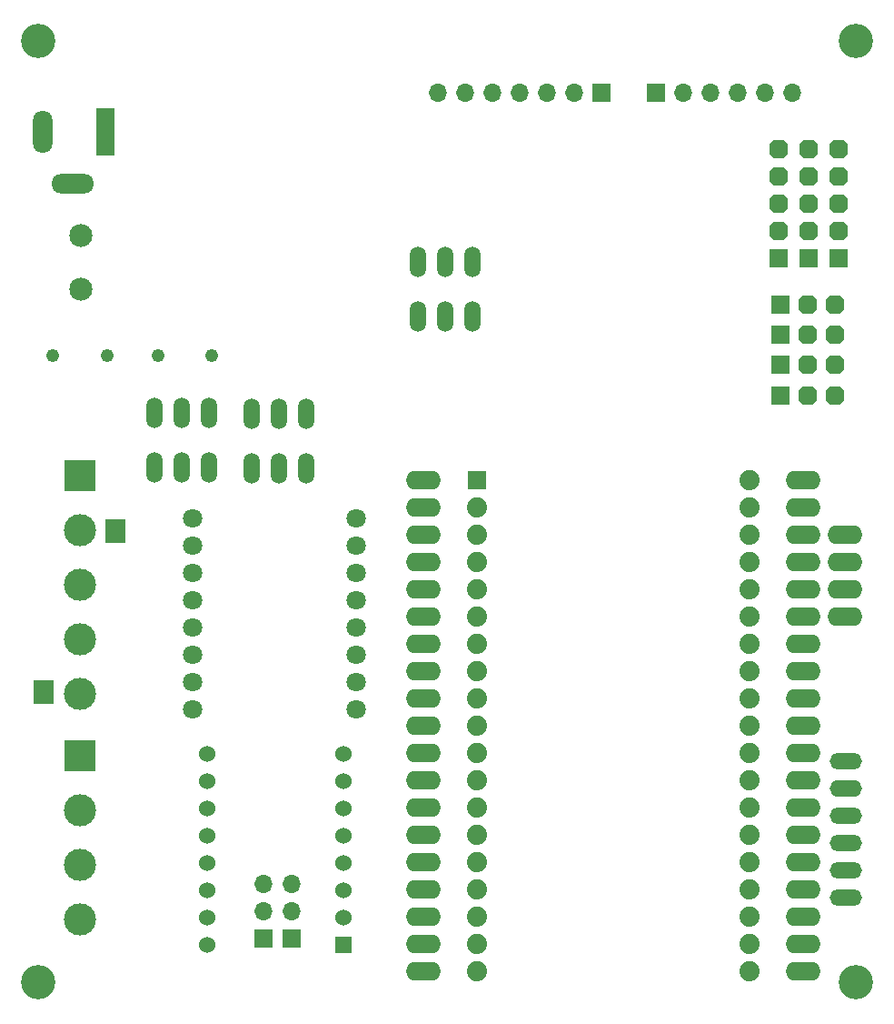
<source format=gbr>
%TF.GenerationSoftware,KiCad,Pcbnew,6.0.11-2627ca5db0~126~ubuntu22.04.1*%
%TF.CreationDate,2023-02-21T15:55:07+05:30*%
%TF.ProjectId,sra_dev_board_2023,7372615f-6465-4765-9f62-6f6172645f32,rev?*%
%TF.SameCoordinates,Original*%
%TF.FileFunction,Soldermask,Bot*%
%TF.FilePolarity,Negative*%
%FSLAX46Y46*%
G04 Gerber Fmt 4.6, Leading zero omitted, Abs format (unit mm)*
G04 Created by KiCad (PCBNEW 6.0.11-2627ca5db0~126~ubuntu22.04.1) date 2023-02-21 15:55:07*
%MOMM*%
%LPD*%
G01*
G04 APERTURE LIST*
G04 Aperture macros list*
%AMRoundRect*
0 Rectangle with rounded corners*
0 $1 Rounding radius*
0 $2 $3 $4 $5 $6 $7 $8 $9 X,Y pos of 4 corners*
0 Add a 4 corners polygon primitive as box body*
4,1,4,$2,$3,$4,$5,$6,$7,$8,$9,$2,$3,0*
0 Add four circle primitives for the rounded corners*
1,1,$1+$1,$2,$3*
1,1,$1+$1,$4,$5*
1,1,$1+$1,$6,$7*
1,1,$1+$1,$8,$9*
0 Add four rect primitives between the rounded corners*
20,1,$1+$1,$2,$3,$4,$5,0*
20,1,$1+$1,$4,$5,$6,$7,0*
20,1,$1+$1,$6,$7,$8,$9,0*
20,1,$1+$1,$8,$9,$2,$3,0*%
%AMFreePoly0*
4,1,25,0.440719,0.844196,0.452842,0.833842,0.833842,0.452842,0.862349,0.396894,0.863600,0.381000,0.863600,-0.381000,0.844196,-0.440719,0.833842,-0.452842,0.452842,-0.833842,0.396894,-0.862349,0.381000,-0.863600,-0.381000,-0.863600,-0.440719,-0.844196,-0.452842,-0.833842,-0.833842,-0.452842,-0.862349,-0.396894,-0.863600,-0.381000,-0.863600,0.381000,-0.844196,0.440719,-0.833842,0.452842,
-0.452842,0.833842,-0.396894,0.862349,-0.381000,0.863600,0.381000,0.863600,0.440719,0.844196,0.440719,0.844196,$1*%
G04 Aperture macros list end*
%ADD10RoundRect,0.101600X0.762000X-0.762000X0.762000X0.762000X-0.762000X0.762000X-0.762000X-0.762000X0*%
%ADD11FreePoly0,90.000000*%
%ADD12C,2.153200*%
%ADD13O,3.251200X1.727200*%
%ADD14R,1.530000X1.530000*%
%ADD15C,1.530000*%
%ADD16R,3.000000X3.000000*%
%ADD17C,3.000000*%
%ADD18O,3.000000X1.500000*%
%ADD19O,3.000000X1.540000*%
%ADD20RoundRect,0.101600X0.762000X0.762000X-0.762000X0.762000X-0.762000X-0.762000X0.762000X-0.762000X0*%
%ADD21FreePoly0,180.000000*%
%ADD22RoundRect,0.101600X-0.850000X-1.000000X0.850000X-1.000000X0.850000X1.000000X-0.850000X1.000000X0*%
%ADD23C,3.200000*%
%ADD24R,1.700000X1.700000*%
%ADD25O,1.700000X1.700000*%
%ADD26C,1.800000*%
%ADD27C,1.219000*%
%ADD28O,1.524000X2.844800*%
%ADD29R,1.800000X4.400000*%
%ADD30O,1.800000X4.000000*%
%ADD31O,4.000000X1.800000*%
%ADD32RoundRect,0.101600X-0.780000X-0.780000X0.780000X-0.780000X0.780000X0.780000X-0.780000X0.780000X0*%
%ADD33C,1.879600*%
G04 APERTURE END LIST*
D10*
%TO.C,J10*%
X141520000Y-56510000D03*
D11*
X144060000Y-56510000D03*
X146600000Y-56510000D03*
%TD*%
D12*
%TO.C,T3*%
X76270000Y-55053723D03*
X76270000Y-50053723D03*
%TD*%
D13*
%TO.C,J5*%
X143569418Y-118588838D03*
X143569418Y-116048838D03*
X143569418Y-113508838D03*
X143569418Y-110968838D03*
X143569418Y-108428838D03*
X143569418Y-105888838D03*
X143569418Y-103348838D03*
X143569418Y-100808838D03*
X143569418Y-98268838D03*
X143569418Y-95728838D03*
X143569418Y-93188838D03*
X143569418Y-90648838D03*
X143569418Y-88108838D03*
X143569418Y-85568838D03*
X143569418Y-83028838D03*
X143569418Y-80488838D03*
X143569418Y-77948838D03*
X143569418Y-75408838D03*
X143569418Y-72868838D03*
%TD*%
D14*
%TO.C,U4*%
X100750000Y-116090000D03*
D15*
X100750000Y-113550000D03*
X100750000Y-111010000D03*
X100750000Y-108470000D03*
X100750000Y-105930000D03*
X100750000Y-103390000D03*
X100750000Y-100850000D03*
X100750000Y-98310000D03*
X88050000Y-98310000D03*
X88050000Y-100850000D03*
X88050000Y-103390000D03*
X88050000Y-105930000D03*
X88050000Y-108470000D03*
X88050000Y-111010000D03*
X88050000Y-113550000D03*
X88050000Y-116090000D03*
%TD*%
D16*
%TO.C,J16*%
X76200000Y-72390000D03*
D17*
X76200000Y-77470000D03*
X76200000Y-82550000D03*
X76200000Y-87630000D03*
X76200000Y-92710000D03*
%TD*%
D18*
%TO.C,J17*%
X147550000Y-111677727D03*
X147550000Y-109137727D03*
X147550000Y-106597727D03*
X147550000Y-104057727D03*
D19*
X147550000Y-101517727D03*
D18*
X147550000Y-98977727D03*
%TD*%
D20*
%TO.C,J11*%
X141332544Y-52158000D03*
D21*
X141332544Y-49618000D03*
X141332544Y-47078000D03*
X141332544Y-44538000D03*
X141332544Y-41998000D03*
%TD*%
D22*
%TO.C,TP2*%
X79560000Y-77579497D03*
%TD*%
D23*
%TO.C,H2*%
X72350000Y-119600000D03*
%TD*%
D16*
%TO.C,T2*%
X76200000Y-98480000D03*
D17*
X76200000Y-103560000D03*
X76200000Y-108640000D03*
X76200000Y-113720000D03*
%TD*%
D24*
%TO.C,J8*%
X129920000Y-36790000D03*
D25*
X132460000Y-36790000D03*
X135000000Y-36790000D03*
X137540000Y-36790000D03*
X140080000Y-36790000D03*
X142620000Y-36790000D03*
%TD*%
D22*
%TO.C,TP1*%
X72860000Y-92579497D03*
%TD*%
D26*
%TO.C,U3*%
X86720000Y-76427582D03*
X86720000Y-78967582D03*
X86720000Y-81507582D03*
X86720000Y-84047582D03*
X86720000Y-86587582D03*
X86720000Y-89127582D03*
X86720000Y-91667582D03*
X86720000Y-94207582D03*
X101960000Y-94207582D03*
X101960000Y-91667582D03*
X101960000Y-89127582D03*
X101960000Y-86587582D03*
X101960000Y-84047582D03*
X101960000Y-81507582D03*
X101960000Y-78967582D03*
X101960000Y-76427582D03*
%TD*%
D20*
%TO.C,J13*%
X146900000Y-52160000D03*
D21*
X146900000Y-49620000D03*
X146900000Y-47080000D03*
X146900000Y-44540000D03*
X146900000Y-42000000D03*
%TD*%
D27*
%TO.C,F2*%
X83485000Y-61280000D03*
X88535000Y-61280000D03*
%TD*%
D10*
%TO.C,J3*%
X141520000Y-64934000D03*
D11*
X144060000Y-64934000D03*
X146600000Y-64934000D03*
%TD*%
D28*
%TO.C,12V_SW1*%
X83120000Y-66602369D03*
X85660000Y-66602369D03*
X88200000Y-66602369D03*
X83120000Y-71682369D03*
X85660000Y-71682369D03*
X88200000Y-71682369D03*
%TD*%
D24*
%TO.C,J14*%
X95940000Y-115555000D03*
D25*
X95940000Y-113015000D03*
X95940000Y-110475000D03*
%TD*%
D28*
%TO.C,5V_SW1*%
X92260000Y-66660000D03*
X94800000Y-66660000D03*
X97340000Y-66660000D03*
X92260000Y-71740000D03*
X94800000Y-71740000D03*
X97340000Y-71740000D03*
%TD*%
D27*
%TO.C,F1*%
X78715000Y-61280000D03*
X73665000Y-61280000D03*
%TD*%
D10*
%TO.C,J2*%
X141520000Y-59310000D03*
D11*
X144060000Y-59310000D03*
X146600000Y-59310000D03*
%TD*%
D23*
%TO.C,H1*%
X72350000Y-31950000D03*
%TD*%
D13*
%TO.C,J9*%
X147480000Y-85580000D03*
X147480000Y-83040000D03*
X147480000Y-80500000D03*
X147480000Y-77960000D03*
%TD*%
D29*
%TO.C,J6*%
X78580000Y-40400000D03*
D30*
X72780000Y-40400000D03*
D31*
X75580000Y-45200000D03*
%TD*%
D32*
%TO.C,U1*%
X113179418Y-72868838D03*
D33*
X113179418Y-75408838D03*
X113179418Y-77948838D03*
X113179418Y-80488838D03*
X113179418Y-83028838D03*
X113179418Y-85568838D03*
X113179418Y-88108838D03*
X113179418Y-90648838D03*
X113179418Y-93188838D03*
X113179418Y-95728838D03*
X113179418Y-98268838D03*
X113179418Y-100808838D03*
X113179418Y-103348838D03*
X113179418Y-105888838D03*
X113179418Y-108428838D03*
X113179418Y-110968838D03*
X113179418Y-113508838D03*
X113179418Y-116048838D03*
X113179418Y-118588838D03*
X138579418Y-72868838D03*
X138579418Y-75408838D03*
X138579418Y-77948838D03*
X138579418Y-80488838D03*
X138579418Y-83028838D03*
X138579418Y-85568838D03*
X138579418Y-88108838D03*
X138579418Y-90648838D03*
X138579418Y-93188838D03*
X138579418Y-95728838D03*
X138579418Y-98268838D03*
X138579418Y-100808838D03*
X138579418Y-103348838D03*
X138579418Y-105888838D03*
X138579418Y-108428838D03*
X138579418Y-110968838D03*
X138579418Y-113508838D03*
X138579418Y-116048838D03*
X138579418Y-118588838D03*
%TD*%
D24*
%TO.C,J7*%
X124825000Y-36800000D03*
D25*
X122285000Y-36800000D03*
X119745000Y-36800000D03*
X117205000Y-36800000D03*
X114665000Y-36800000D03*
X112125000Y-36800000D03*
X109585000Y-36800000D03*
%TD*%
D28*
%TO.C,TB_A1*%
X107720000Y-52487102D03*
X110260000Y-52487102D03*
X112800000Y-52487102D03*
X107720000Y-57567102D03*
X110260000Y-57567102D03*
X112800000Y-57567102D03*
%TD*%
D23*
%TO.C,H3*%
X148500000Y-119600000D03*
%TD*%
D20*
%TO.C,J12*%
X144122544Y-52166000D03*
D21*
X144122544Y-49626000D03*
X144122544Y-47086000D03*
X144122544Y-44546000D03*
X144122544Y-42006000D03*
%TD*%
D24*
%TO.C,J15*%
X93340000Y-115555000D03*
D25*
X93340000Y-113015000D03*
X93340000Y-110475000D03*
%TD*%
D23*
%TO.C,H4*%
X148500000Y-31950000D03*
%TD*%
D13*
%TO.C,J1*%
X108179418Y-72868838D03*
X108179418Y-75408838D03*
X108179418Y-77948838D03*
X108179418Y-80488838D03*
X108179418Y-83028838D03*
X108179418Y-85568838D03*
X108179418Y-88108838D03*
X108179418Y-90648838D03*
X108179418Y-93188838D03*
X108179418Y-95728838D03*
X108179418Y-98268838D03*
X108179418Y-100808838D03*
X108179418Y-103348838D03*
X108179418Y-105888838D03*
X108179418Y-108428838D03*
X108179418Y-110968838D03*
X108179418Y-113508838D03*
X108179418Y-116048838D03*
X108179418Y-118588838D03*
%TD*%
D10*
%TO.C,J4*%
X141510000Y-62120000D03*
D11*
X144050000Y-62120000D03*
X146590000Y-62120000D03*
%TD*%
M02*

</source>
